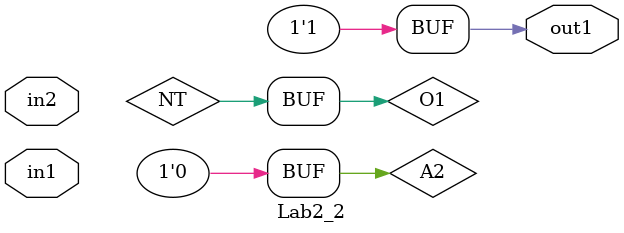
<source format=v>
/***************************************************************************
*** 																     ***
*** ECE 526 L Experiment #2             Jose Luis Martinez, Spring, 2021 ***
*** 																	 ***
*** Familiarization with Linux and Synopsys VCS                          ***
***                                                                      ***
****************************************************************************
*** Filename: Lab2.v      Created by Jose Luis Martinez, Febuary 4, 2021 ***
***                                                                      ***
***************************************************************************/

`timescale 1 ns / 100 ps

`define PRIMARY_OUT   5    // 5
`define FAN_OUT_1     0.5  // 0.5
`define FAN_OUT_2	  1    // 1
`define FAN_OUT_3     1.5  // 1.5
`define TIME_DELAY_1  1    // 1
`define TIME_DELAY_2  2     // 2
`define TIME_DELAY_3  3		// 3
`define TIME_DELAY_4  4      // 4

module Lab2_2 (in1, in2, out1);
	input in1, in2;
	output out1;

	wire NT, A1, A2, O1;

	not #(`TIME_DELAY_1 + `FAN_OUT_3) NOT1(NT, in1);
	and #(`TIME_DELAY_2 + `FAN_OUT_1) AND1(A1, in2, in1);
	and #(`TIME_DELAY_2 + `FAN_OUT_2) AND2(A2, in1, NT);
	or #(`TIME_DELAY_2 + `FAN_OUT_1) OR1(O1, NT, A2);
	nand #(`TIME_DELAY_4 + `PRIMARY_OUT) NAND1(out1, NT, A1, A2, O1);

endmodule



</source>
